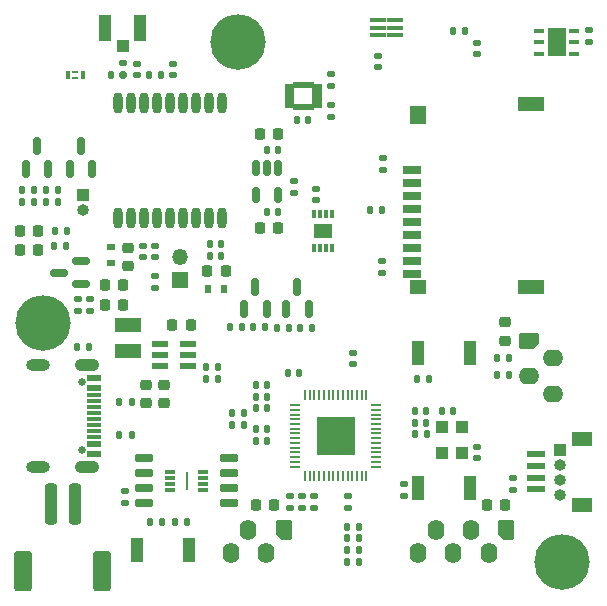
<source format=gbr>
%TF.GenerationSoftware,KiCad,Pcbnew,6.0.11+dfsg-1*%
%TF.CreationDate,2023-11-18T19:10:20+05:30*%
%TF.ProjectId,c3rl-at-r-beta-2,6333726c-2d61-4742-9d72-2d626574612d,rev?*%
%TF.SameCoordinates,Original*%
%TF.FileFunction,Soldermask,Top*%
%TF.FilePolarity,Negative*%
%FSLAX46Y46*%
G04 Gerber Fmt 4.6, Leading zero omitted, Abs format (unit mm)*
G04 Created by KiCad (PCBNEW 6.0.11+dfsg-1) date 2023-11-18 19:10:20*
%MOMM*%
%LPD*%
G01*
G04 APERTURE LIST*
G04 Aperture macros list*
%AMRoundRect*
0 Rectangle with rounded corners*
0 $1 Rounding radius*
0 $2 $3 $4 $5 $6 $7 $8 $9 X,Y pos of 4 corners*
0 Add a 4 corners polygon primitive as box body*
4,1,4,$2,$3,$4,$5,$6,$7,$8,$9,$2,$3,0*
0 Add four circle primitives for the rounded corners*
1,1,$1+$1,$2,$3*
1,1,$1+$1,$4,$5*
1,1,$1+$1,$6,$7*
1,1,$1+$1,$8,$9*
0 Add four rect primitives between the rounded corners*
20,1,$1+$1,$2,$3,$4,$5,0*
20,1,$1+$1,$4,$5,$6,$7,0*
20,1,$1+$1,$6,$7,$8,$9,0*
20,1,$1+$1,$8,$9,$2,$3,0*%
%AMFreePoly0*
4,1,22,0.145671,0.855970,0.226777,0.801777,0.626777,0.401777,0.680970,0.320671,0.700000,0.225000,0.700000,-0.625000,0.680970,-0.720671,0.626777,-0.801777,0.545671,-0.855970,0.450000,-0.875000,-0.450000,-0.875000,-0.545671,-0.855970,-0.626777,-0.801777,-0.680970,-0.720671,-0.700000,-0.625000,-0.700000,0.625000,-0.680970,0.720671,-0.626777,0.801777,-0.545671,0.855970,-0.450000,0.875000,
0.050000,0.875000,0.145671,0.855970,0.145671,0.855970,$1*%
G04 Aperture macros list end*
%ADD10C,0.010000*%
%ADD11RoundRect,0.150000X0.150000X-0.587500X0.150000X0.587500X-0.150000X0.587500X-0.150000X-0.587500X0*%
%ADD12RoundRect,0.135000X0.185000X-0.135000X0.185000X0.135000X-0.185000X0.135000X-0.185000X-0.135000X0*%
%ADD13RoundRect,0.135000X-0.135000X-0.185000X0.135000X-0.185000X0.135000X0.185000X-0.135000X0.185000X0*%
%ADD14RoundRect,0.135000X0.135000X0.185000X-0.135000X0.185000X-0.135000X-0.185000X0.135000X-0.185000X0*%
%ADD15RoundRect,0.147500X0.147500X0.172500X-0.147500X0.172500X-0.147500X-0.172500X0.147500X-0.172500X0*%
%ADD16R,1.000000X2.000000*%
%ADD17RoundRect,0.225000X-0.225000X-0.250000X0.225000X-0.250000X0.225000X0.250000X-0.225000X0.250000X0*%
%ADD18R,1.340000X0.590000*%
%ADD19FreePoly0,270.000000*%
%ADD20O,1.750000X1.400000*%
%ADD21RoundRect,0.140000X-0.140000X-0.170000X0.140000X-0.170000X0.140000X0.170000X-0.140000X0.170000X0*%
%ADD22RoundRect,0.250000X-0.250000X-1.500000X0.250000X-1.500000X0.250000X1.500000X-0.250000X1.500000X0*%
%ADD23RoundRect,0.250001X-0.499999X-1.449999X0.499999X-1.449999X0.499999X1.449999X-0.499999X1.449999X0*%
%ADD24R,1.350000X1.350000*%
%ADD25O,1.350000X1.350000*%
%ADD26RoundRect,0.225000X0.225000X0.250000X-0.225000X0.250000X-0.225000X-0.250000X0.225000X-0.250000X0*%
%ADD27RoundRect,0.140000X0.140000X0.170000X-0.140000X0.170000X-0.140000X-0.170000X0.140000X-0.170000X0*%
%ADD28R,0.350000X0.800000*%
%ADD29R,0.600000X0.260000*%
%ADD30R,0.600000X0.700000*%
%ADD31O,0.800000X1.800000*%
%ADD32RoundRect,0.135000X-0.185000X0.135000X-0.185000X-0.135000X0.185000X-0.135000X0.185000X0.135000X0*%
%ADD33RoundRect,0.025600X-0.594400X-0.134400X0.594400X-0.134400X0.594400X0.134400X-0.594400X0.134400X0*%
%ADD34R,0.900000X0.300000*%
%ADD35R,0.250000X1.650000*%
%ADD36R,1.000000X1.000000*%
%ADD37O,1.000000X1.000000*%
%ADD38RoundRect,0.140000X0.170000X-0.140000X0.170000X0.140000X-0.170000X0.140000X-0.170000X-0.140000X0*%
%ADD39RoundRect,0.140000X-0.170000X0.140000X-0.170000X-0.140000X0.170000X-0.140000X0.170000X0.140000X0*%
%ADD40FreePoly0,180.000000*%
%ADD41O,1.400000X1.750000*%
%ADD42R,0.300000X0.750000*%
%ADD43R,1.500000X1.300000*%
%ADD44RoundRect,0.218750X-0.218750X-0.256250X0.218750X-0.256250X0.218750X0.256250X-0.218750X0.256250X0*%
%ADD45RoundRect,0.225000X-0.250000X0.225000X-0.250000X-0.225000X0.250000X-0.225000X0.250000X0.225000X0*%
%ADD46C,0.001000*%
%ADD47R,1.600000X0.700000*%
%ADD48R,1.400000X1.200000*%
%ADD49R,2.200000X1.200000*%
%ADD50R,1.400000X1.600000*%
%ADD51RoundRect,0.225000X0.250000X-0.225000X0.250000X0.225000X-0.250000X0.225000X-0.250000X-0.225000X0*%
%ADD52RoundRect,0.150000X-0.150000X0.512500X-0.150000X-0.512500X0.150000X-0.512500X0.150000X0.512500X0*%
%ADD53RoundRect,0.050000X0.050000X-0.387500X0.050000X0.387500X-0.050000X0.387500X-0.050000X-0.387500X0*%
%ADD54RoundRect,0.050000X0.387500X-0.050000X0.387500X0.050000X-0.387500X0.050000X-0.387500X-0.050000X0*%
%ADD55R,3.200000X3.200000*%
%ADD56RoundRect,0.150000X0.650000X0.150000X-0.650000X0.150000X-0.650000X-0.150000X0.650000X-0.150000X0*%
%ADD57R,1.100000X2.250000*%
%ADD58R,1.050000X1.100000*%
%ADD59C,4.700000*%
%ADD60R,1.550000X0.600000*%
%ADD61R,1.800000X1.200000*%
%ADD62R,0.812800X0.406400*%
%ADD63R,1.600200X2.489200*%
%ADD64RoundRect,0.150000X0.587500X0.150000X-0.587500X0.150000X-0.587500X-0.150000X0.587500X-0.150000X0*%
%ADD65R,0.980000X1.100000*%
%ADD66C,0.650000*%
%ADD67R,1.150000X0.600000*%
%ADD68R,1.150000X0.300000*%
%ADD69O,2.100000X1.050000*%
%ADD70O,2.000000X1.000000*%
%ADD71R,0.700000X0.600000*%
G04 APERTURE END LIST*
%TO.C,U8*%
G36*
X99515000Y-82475000D02*
G01*
X98805000Y-82475000D01*
X98805000Y-82025000D01*
X99515000Y-82025000D01*
X99515000Y-82475000D01*
G37*
D10*
X99515000Y-82475000D02*
X98805000Y-82475000D01*
X98805000Y-82025000D01*
X99515000Y-82025000D01*
X99515000Y-82475000D01*
G36*
X97855000Y-83640000D02*
G01*
X97145000Y-83640000D01*
X97145000Y-83190000D01*
X97855000Y-83190000D01*
X97855000Y-83640000D01*
G37*
X97855000Y-83640000D02*
X97145000Y-83640000D01*
X97145000Y-83190000D01*
X97855000Y-83190000D01*
X97855000Y-83640000D01*
G36*
X97195000Y-82975000D02*
G01*
X96485000Y-82975000D01*
X96485000Y-82525000D01*
X97195000Y-82525000D01*
X97195000Y-82975000D01*
G37*
X97195000Y-82975000D02*
X96485000Y-82975000D01*
X96485000Y-82525000D01*
X97195000Y-82525000D01*
X97195000Y-82975000D01*
G36*
X97195000Y-82475000D02*
G01*
X96485000Y-82475000D01*
X96485000Y-82025000D01*
X97195000Y-82025000D01*
X97195000Y-82475000D01*
G37*
X97195000Y-82475000D02*
X96485000Y-82475000D01*
X96485000Y-82025000D01*
X97195000Y-82025000D01*
X97195000Y-82475000D01*
G36*
X97195000Y-83475000D02*
G01*
X96485000Y-83475000D01*
X96485000Y-83025000D01*
X97195000Y-83025000D01*
X97195000Y-83475000D01*
G37*
X97195000Y-83475000D02*
X96485000Y-83475000D01*
X96485000Y-83025000D01*
X97195000Y-83025000D01*
X97195000Y-83475000D01*
G36*
X98855000Y-81810000D02*
G01*
X98145000Y-81810000D01*
X98145000Y-81360000D01*
X98855000Y-81360000D01*
X98855000Y-81810000D01*
G37*
X98855000Y-81810000D02*
X98145000Y-81810000D01*
X98145000Y-81360000D01*
X98855000Y-81360000D01*
X98855000Y-81810000D01*
G36*
X99515000Y-83475000D02*
G01*
X98805000Y-83475000D01*
X98805000Y-83025000D01*
X99515000Y-83025000D01*
X99515000Y-83475000D01*
G37*
X99515000Y-83475000D02*
X98805000Y-83475000D01*
X98805000Y-83025000D01*
X99515000Y-83025000D01*
X99515000Y-83475000D01*
G36*
X98855000Y-83640000D02*
G01*
X98145000Y-83640000D01*
X98145000Y-83190000D01*
X98855000Y-83190000D01*
X98855000Y-83640000D01*
G37*
X98855000Y-83640000D02*
X98145000Y-83640000D01*
X98145000Y-83190000D01*
X98855000Y-83190000D01*
X98855000Y-83640000D01*
G36*
X98355000Y-81810000D02*
G01*
X97645000Y-81810000D01*
X97645000Y-81360000D01*
X98355000Y-81360000D01*
X98355000Y-81810000D01*
G37*
X98355000Y-81810000D02*
X97645000Y-81810000D01*
X97645000Y-81360000D01*
X98355000Y-81360000D01*
X98355000Y-81810000D01*
G36*
X97195000Y-81975000D02*
G01*
X96485000Y-81975000D01*
X96485000Y-81525000D01*
X97195000Y-81525000D01*
X97195000Y-81975000D01*
G37*
X97195000Y-81975000D02*
X96485000Y-81975000D01*
X96485000Y-81525000D01*
X97195000Y-81525000D01*
X97195000Y-81975000D01*
G36*
X99515000Y-81975000D02*
G01*
X98805000Y-81975000D01*
X98805000Y-81525000D01*
X99515000Y-81525000D01*
X99515000Y-81975000D01*
G37*
X99515000Y-81975000D02*
X98805000Y-81975000D01*
X98805000Y-81525000D01*
X99515000Y-81525000D01*
X99515000Y-81975000D01*
G36*
X98355000Y-83640000D02*
G01*
X97645000Y-83640000D01*
X97645000Y-83190000D01*
X98355000Y-83190000D01*
X98355000Y-83640000D01*
G37*
X98355000Y-83640000D02*
X97645000Y-83640000D01*
X97645000Y-83190000D01*
X98355000Y-83190000D01*
X98355000Y-83640000D01*
G36*
X99515000Y-82975000D02*
G01*
X98805000Y-82975000D01*
X98805000Y-82525000D01*
X99515000Y-82525000D01*
X99515000Y-82975000D01*
G37*
X99515000Y-82975000D02*
X98805000Y-82975000D01*
X98805000Y-82525000D01*
X99515000Y-82525000D01*
X99515000Y-82975000D01*
G36*
X97855000Y-81810000D02*
G01*
X97145000Y-81810000D01*
X97145000Y-81360000D01*
X97855000Y-81360000D01*
X97855000Y-81810000D01*
G37*
X97855000Y-81810000D02*
X97145000Y-81810000D01*
X97145000Y-81360000D01*
X97855000Y-81360000D01*
X97855000Y-81810000D01*
%TD*%
D11*
%TO.C,Q5*%
X96600000Y-100570000D03*
X98500000Y-100570000D03*
X97550000Y-98695000D03*
%TD*%
D12*
%TO.C,R39*%
X82750000Y-80770000D03*
X82750000Y-79750000D03*
%TD*%
D13*
%TO.C,R21*%
X78890000Y-103812500D03*
X79910000Y-103812500D03*
%TD*%
D11*
%TO.C,Q3*%
X78300000Y-88687500D03*
X80200000Y-88687500D03*
X79250000Y-86812500D03*
%TD*%
D13*
%TO.C,R27*%
X97810000Y-102142500D03*
X98830000Y-102142500D03*
%TD*%
D14*
%TO.C,R34*%
X115510000Y-104700000D03*
X114490000Y-104700000D03*
%TD*%
D13*
%TO.C,R38*%
X89790000Y-106540000D03*
X90810000Y-106540000D03*
%TD*%
D15*
%TO.C,L1*%
X85970000Y-80770000D03*
X85000000Y-80770000D03*
%TD*%
D16*
%TO.C,SW1*%
X107800000Y-115750000D03*
X112200000Y-115750000D03*
%TD*%
D17*
%TO.C,C29*%
X94025000Y-117200000D03*
X95575000Y-117200000D03*
%TD*%
D18*
%TO.C,U6*%
X85925000Y-103520000D03*
X85925000Y-104470000D03*
X85925000Y-105420000D03*
X88305000Y-105420000D03*
X88305000Y-104470000D03*
X88305000Y-103520000D03*
%TD*%
D19*
%TO.C,J3*%
X117175000Y-103250000D03*
D20*
X119175000Y-104750000D03*
X117175000Y-106250000D03*
X119175000Y-107750000D03*
%TD*%
D21*
%TO.C,C3*%
X90120000Y-95100000D03*
X91080000Y-95100000D03*
%TD*%
D22*
%TO.C,J10*%
X76700000Y-117050000D03*
X78700000Y-117050000D03*
D23*
X74350000Y-122800000D03*
X81050000Y-122800000D03*
%TD*%
D24*
%TO.C,J11*%
X87600000Y-98150000D03*
D25*
X87600000Y-96150000D03*
%TD*%
D13*
%TO.C,R11*%
X101760000Y-120000000D03*
X102780000Y-120000000D03*
%TD*%
D26*
%TO.C,C34*%
X82775000Y-98550000D03*
X81225000Y-98550000D03*
%TD*%
D27*
%TO.C,C6*%
X94980000Y-109000000D03*
X94020000Y-109000000D03*
%TD*%
D28*
%TO.C,ANT1*%
X78125000Y-80770000D03*
X79375000Y-80770000D03*
D29*
X78750000Y-80535000D03*
X78750000Y-81005000D03*
%TD*%
D30*
%TO.C,D4*%
X89950000Y-98900000D03*
X91350000Y-98900000D03*
%TD*%
D31*
%TO.C,U1*%
X82350000Y-92850000D03*
X83450000Y-92850000D03*
X84550000Y-92850000D03*
X85650000Y-92850000D03*
X86750000Y-92850000D03*
X87850000Y-92850000D03*
X88950000Y-92850000D03*
X90050000Y-92850000D03*
X91150000Y-92850000D03*
X91150000Y-83150000D03*
X90050000Y-83150000D03*
X88950000Y-83150000D03*
X87850000Y-83150000D03*
X86750000Y-83150000D03*
X85650000Y-83150000D03*
X84550000Y-83150000D03*
X83450000Y-83150000D03*
X82350000Y-83150000D03*
%TD*%
D32*
%TO.C,R33*%
X115800000Y-114890000D03*
X115800000Y-115910000D03*
%TD*%
D11*
%TO.C,Q2*%
X93050000Y-100570000D03*
X94950000Y-100570000D03*
X94000000Y-98695000D03*
%TD*%
D33*
%TO.C,U7*%
X104355000Y-76100000D03*
X104355000Y-76750000D03*
X104355000Y-77400000D03*
X105845000Y-77400000D03*
X105845000Y-76750000D03*
X105845000Y-76100000D03*
%TD*%
D34*
%TO.C,IC1*%
X89600000Y-115887500D03*
X89600000Y-115387500D03*
X89600000Y-114887500D03*
X89600000Y-114387500D03*
X86800000Y-114387500D03*
X86800000Y-114887500D03*
X86800000Y-115387500D03*
X86800000Y-115887500D03*
D35*
X88200000Y-115137500D03*
%TD*%
D36*
%TO.C,J9*%
X119750000Y-112550000D03*
D37*
X119750000Y-113820000D03*
X119750000Y-115090000D03*
X119750000Y-116360000D03*
%TD*%
D21*
%TO.C,C2*%
X90120000Y-96100000D03*
X91080000Y-96100000D03*
%TD*%
D27*
%TO.C,C9*%
X97730000Y-106000000D03*
X96770000Y-106000000D03*
%TD*%
%TO.C,C13*%
X110740000Y-109200000D03*
X109780000Y-109200000D03*
%TD*%
D38*
%TO.C,C22*%
X104400000Y-80100000D03*
X104400000Y-79140000D03*
%TD*%
D39*
%TO.C,C17*%
X96950000Y-116432500D03*
X96950000Y-117392500D03*
%TD*%
%TO.C,C20*%
X83000000Y-116020000D03*
X83000000Y-116980000D03*
%TD*%
D40*
%TO.C,J2*%
X96400000Y-119250000D03*
D41*
X94900000Y-121250000D03*
X93400000Y-119250000D03*
X91900000Y-121250000D03*
%TD*%
D32*
%TO.C,R13*%
X100400000Y-80690000D03*
X100400000Y-81710000D03*
%TD*%
%TO.C,R7*%
X97950000Y-116402500D03*
X97950000Y-117422500D03*
%TD*%
D12*
%TO.C,R2*%
X80000000Y-100760000D03*
X80000000Y-99740000D03*
%TD*%
D40*
%TO.C,J4*%
X115250000Y-119275000D03*
D41*
X113750000Y-121275000D03*
X112250000Y-119275000D03*
X110750000Y-121275000D03*
X109250000Y-119275000D03*
X107750000Y-121275000D03*
%TD*%
D12*
%TO.C,R29*%
X97250000Y-90760000D03*
X97250000Y-89740000D03*
%TD*%
D14*
%TO.C,R37*%
X90810000Y-105500000D03*
X89790000Y-105500000D03*
%TD*%
D26*
%TO.C,C32*%
X88525000Y-101900000D03*
X86975000Y-101900000D03*
%TD*%
D27*
%TO.C,C37*%
X95930000Y-92400000D03*
X94970000Y-92400000D03*
%TD*%
D38*
%TO.C,C35*%
X84500000Y-96170000D03*
X84500000Y-95210000D03*
%TD*%
D17*
%TO.C,C1*%
X89925000Y-97400000D03*
X91475000Y-97400000D03*
%TD*%
D13*
%TO.C,R26*%
X74230000Y-90500000D03*
X75250000Y-90500000D03*
%TD*%
D14*
%TO.C,R24*%
X75250000Y-91500000D03*
X74230000Y-91500000D03*
%TD*%
D21*
%TO.C,C4*%
X107510000Y-109200000D03*
X108470000Y-109200000D03*
%TD*%
D13*
%TO.C,R12*%
X101760000Y-119000000D03*
X102780000Y-119000000D03*
%TD*%
%TO.C,R25*%
X76240000Y-90500000D03*
X77260000Y-90500000D03*
%TD*%
D38*
%TO.C,C36*%
X85500000Y-96170000D03*
X85500000Y-95210000D03*
%TD*%
D42*
%TO.C,U5*%
X99000000Y-95450000D03*
X99500000Y-95450000D03*
X100000000Y-95450000D03*
X100500000Y-95450000D03*
X100500000Y-92550000D03*
X100000000Y-92550000D03*
X99500000Y-92550000D03*
X99000000Y-92550000D03*
D43*
X99750000Y-94000000D03*
%TD*%
D44*
%TO.C,D1*%
X74047500Y-93940000D03*
X75622500Y-93940000D03*
%TD*%
D27*
%TO.C,C40*%
X95930000Y-87100000D03*
X94970000Y-87100000D03*
%TD*%
%TO.C,C14*%
X94980000Y-110750000D03*
X94020000Y-110750000D03*
%TD*%
%TO.C,C8*%
X94980000Y-107000000D03*
X94020000Y-107000000D03*
%TD*%
D39*
%TO.C,C27*%
X83990000Y-79810000D03*
X83990000Y-80770000D03*
%TD*%
D32*
%TO.C,R17*%
X106600000Y-115380000D03*
X106600000Y-116400000D03*
%TD*%
D14*
%TO.C,R23*%
X77250000Y-91500000D03*
X76230000Y-91500000D03*
%TD*%
D27*
%TO.C,C15*%
X104680000Y-92200000D03*
X103720000Y-92200000D03*
%TD*%
D14*
%TO.C,R20*%
X83510000Y-111250000D03*
X82490000Y-111250000D03*
%TD*%
D27*
%TO.C,C5*%
X94980000Y-111762500D03*
X94020000Y-111762500D03*
%TD*%
D45*
%TO.C,C30*%
X115100000Y-101700000D03*
X115100000Y-103250000D03*
%TD*%
D27*
%TO.C,C7*%
X95000000Y-108000000D03*
X94040000Y-108000000D03*
%TD*%
D21*
%TO.C,C24*%
X97520000Y-84600000D03*
X98480000Y-84600000D03*
%TD*%
D13*
%TO.C,R10*%
X101750000Y-121000000D03*
X102770000Y-121000000D03*
%TD*%
%TO.C,R14*%
X93820000Y-102132500D03*
X94840000Y-102132500D03*
%TD*%
D46*
%TO.C,J7*%
X117750000Y-87950000D03*
X117750000Y-95930000D03*
D47*
X107250000Y-88800000D03*
X107250000Y-89900000D03*
X107250000Y-91000000D03*
X107250000Y-92100000D03*
X107250000Y-93200000D03*
X107250000Y-94300000D03*
X107250000Y-95400000D03*
X107250000Y-96500000D03*
X107250000Y-97600000D03*
D48*
X107750000Y-98750000D03*
D49*
X117350000Y-98750000D03*
X117350000Y-83250000D03*
D50*
X107750000Y-84150000D03*
%TD*%
D32*
%TO.C,R1*%
X79000000Y-99740000D03*
X79000000Y-100760000D03*
%TD*%
%TO.C,R44*%
X85500000Y-97790000D03*
X85500000Y-98810000D03*
%TD*%
D14*
%TO.C,R22*%
X82760000Y-80785000D03*
X81740000Y-80785000D03*
%TD*%
D51*
%TO.C,C11*%
X83250000Y-96925000D03*
X83250000Y-95375000D03*
%TD*%
D52*
%TO.C,U4*%
X95950000Y-88612500D03*
X95000000Y-88612500D03*
X94050000Y-88612500D03*
X94050000Y-90887500D03*
X95950000Y-90887500D03*
%TD*%
D53*
%TO.C,U3*%
X98200000Y-114750000D03*
X98600000Y-114750000D03*
X99000000Y-114750000D03*
X99400000Y-114750000D03*
X99800000Y-114750000D03*
X100200000Y-114750000D03*
X100600000Y-114750000D03*
X101000000Y-114750000D03*
X101400000Y-114750000D03*
X101800000Y-114750000D03*
X102200000Y-114750000D03*
X102600000Y-114750000D03*
X103000000Y-114750000D03*
X103400000Y-114750000D03*
D54*
X104237500Y-113912500D03*
X104237500Y-113512500D03*
X104237500Y-113112500D03*
X104237500Y-112712500D03*
X104237500Y-112312500D03*
X104237500Y-111912500D03*
X104237500Y-111512500D03*
X104237500Y-111112500D03*
X104237500Y-110712500D03*
X104237500Y-110312500D03*
X104237500Y-109912500D03*
X104237500Y-109512500D03*
X104237500Y-109112500D03*
X104237500Y-108712500D03*
D53*
X103400000Y-107875000D03*
X103000000Y-107875000D03*
X102600000Y-107875000D03*
X102200000Y-107875000D03*
X101800000Y-107875000D03*
X101400000Y-107875000D03*
X101000000Y-107875000D03*
X100600000Y-107875000D03*
X100200000Y-107875000D03*
X99800000Y-107875000D03*
X99400000Y-107875000D03*
X99000000Y-107875000D03*
X98600000Y-107875000D03*
X98200000Y-107875000D03*
D54*
X97362500Y-108712500D03*
X97362500Y-109112500D03*
X97362500Y-109512500D03*
X97362500Y-109912500D03*
X97362500Y-110312500D03*
X97362500Y-110712500D03*
X97362500Y-111112500D03*
X97362500Y-111512500D03*
X97362500Y-111912500D03*
X97362500Y-112312500D03*
X97362500Y-112712500D03*
X97362500Y-113112500D03*
X97362500Y-113512500D03*
X97362500Y-113912500D03*
D55*
X100800000Y-111312500D03*
%TD*%
D13*
%TO.C,R15*%
X91840000Y-102132500D03*
X92860000Y-102132500D03*
%TD*%
D49*
%TO.C,L2*%
X83250000Y-104100000D03*
X83250000Y-101900000D03*
%TD*%
D13*
%TO.C,R6*%
X92020000Y-109400000D03*
X93040000Y-109400000D03*
%TD*%
D56*
%TO.C,U2*%
X91800000Y-117042500D03*
X91800000Y-115772500D03*
X91800000Y-114502500D03*
X91800000Y-113232500D03*
X84600000Y-113232500D03*
X84600000Y-114502500D03*
X84600000Y-115772500D03*
X84600000Y-117042500D03*
%TD*%
D17*
%TO.C,C38*%
X94375000Y-93700000D03*
X95925000Y-93700000D03*
%TD*%
D32*
%TO.C,R31*%
X104800000Y-87790000D03*
X104800000Y-88810000D03*
%TD*%
D14*
%TO.C,R35*%
X115510000Y-106200000D03*
X114490000Y-106200000D03*
%TD*%
D16*
%TO.C,SW2*%
X107800000Y-104340000D03*
X112200000Y-104340000D03*
%TD*%
D57*
%TO.C,J6*%
X81275000Y-76770000D03*
X84225000Y-76770000D03*
D58*
X82750000Y-78320000D03*
%TD*%
D51*
%TO.C,C31*%
X86300000Y-108550000D03*
X86300000Y-107000000D03*
%TD*%
D59*
%TO.C,REF\u002A\u002A*%
X119978700Y-121978700D03*
%TD*%
D13*
%TO.C,R36*%
X87180000Y-118600000D03*
X88200000Y-118600000D03*
%TD*%
D60*
%TO.C,J8*%
X117750000Y-115850000D03*
X117750000Y-114850000D03*
X117750000Y-113850000D03*
X117750000Y-112850000D03*
D61*
X121625000Y-117150000D03*
X121625000Y-111550000D03*
%TD*%
D13*
%TO.C,R42*%
X85090000Y-118600000D03*
X86110000Y-118600000D03*
%TD*%
%TO.C,R9*%
X101750000Y-122000000D03*
X102770000Y-122000000D03*
%TD*%
D17*
%TO.C,C28*%
X113600000Y-117200000D03*
X115150000Y-117200000D03*
%TD*%
D36*
%TO.C,J5*%
X79400000Y-90950000D03*
D37*
X79400000Y-92220000D03*
%TD*%
D13*
%TO.C,R19*%
X82490000Y-108412500D03*
X83510000Y-108412500D03*
%TD*%
D38*
%TO.C,C10*%
X102250000Y-105230000D03*
X102250000Y-104270000D03*
%TD*%
D13*
%TO.C,R5*%
X92020000Y-110400000D03*
X93040000Y-110400000D03*
%TD*%
D38*
%TO.C,C25*%
X112750000Y-78980000D03*
X112750000Y-78020000D03*
%TD*%
D14*
%TO.C,R41*%
X111760000Y-77000000D03*
X110740000Y-77000000D03*
%TD*%
D39*
%TO.C,C19*%
X101800000Y-116440000D03*
X101800000Y-117400000D03*
%TD*%
D44*
%TO.C,D2*%
X74037500Y-95620000D03*
X75612500Y-95620000D03*
%TD*%
D39*
%TO.C,C16*%
X99100000Y-90400000D03*
X99100000Y-91360000D03*
%TD*%
D16*
%TO.C,SW3*%
X88400000Y-121000000D03*
X84000000Y-121000000D03*
%TD*%
D62*
%TO.C,U9*%
X120947800Y-79000001D03*
X120947800Y-78000000D03*
X120947800Y-76999999D03*
X118052200Y-76999999D03*
X118052200Y-78000000D03*
X118052200Y-79000001D03*
D63*
X119500000Y-78000000D03*
%TD*%
D64*
%TO.C,Q1*%
X79237500Y-98450000D03*
X79237500Y-96550000D03*
X77362500Y-97500000D03*
%TD*%
D14*
%TO.C,R3*%
X78020000Y-93940000D03*
X77000000Y-93940000D03*
%TD*%
D12*
%TO.C,R40*%
X122250000Y-78010000D03*
X122250000Y-76990000D03*
%TD*%
D14*
%TO.C,R4*%
X78000000Y-95250000D03*
X76980000Y-95250000D03*
%TD*%
D65*
%TO.C,Y1*%
X109760000Y-110600000D03*
X109760000Y-112800000D03*
X111460000Y-112800000D03*
X111460000Y-110600000D03*
%TD*%
D13*
%TO.C,R18*%
X107690000Y-106540000D03*
X108710000Y-106540000D03*
%TD*%
D39*
%TO.C,C26*%
X87000000Y-79810000D03*
X87000000Y-80770000D03*
%TD*%
D12*
%TO.C,R32*%
X104700000Y-97510000D03*
X104700000Y-96490000D03*
%TD*%
D32*
%TO.C,R8*%
X98950000Y-116402500D03*
X98950000Y-117422500D03*
%TD*%
D51*
%TO.C,C21*%
X84750000Y-108525000D03*
X84750000Y-106975000D03*
%TD*%
D66*
%TO.C,J1*%
X79280000Y-112520000D03*
X79280000Y-106740000D03*
D67*
X80355000Y-106430000D03*
X80355000Y-107230000D03*
D68*
X80355000Y-108380000D03*
X80355000Y-109380000D03*
X80355000Y-109880000D03*
X80355000Y-110880000D03*
D67*
X80355000Y-112830000D03*
X80355000Y-112030000D03*
D68*
X80355000Y-111380000D03*
X80355000Y-110380000D03*
X80355000Y-108880000D03*
X80355000Y-107880000D03*
D69*
X79780000Y-105310000D03*
D70*
X75600000Y-105310000D03*
X75600000Y-113950000D03*
D69*
X79780000Y-113950000D03*
%TD*%
D17*
%TO.C,C39*%
X94375000Y-85800000D03*
X95925000Y-85800000D03*
%TD*%
D13*
%TO.C,R28*%
X95810000Y-102142500D03*
X96830000Y-102142500D03*
%TD*%
D11*
%TO.C,Q4*%
X74550000Y-88687500D03*
X76450000Y-88687500D03*
X75500000Y-86812500D03*
%TD*%
D71*
%TO.C,D3*%
X81750000Y-96700000D03*
X81750000Y-95300000D03*
%TD*%
D59*
%TO.C,REF\u002A\u002A*%
X76000000Y-101750000D03*
%TD*%
D14*
%TO.C,R16*%
X108500000Y-111200000D03*
X107480000Y-111200000D03*
%TD*%
D59*
%TO.C,REF\u002A\u002A*%
X92500000Y-78000000D03*
%TD*%
D21*
%TO.C,C12*%
X107510000Y-110200000D03*
X108470000Y-110200000D03*
%TD*%
D39*
%TO.C,C18*%
X112750000Y-112270000D03*
X112750000Y-113230000D03*
%TD*%
D38*
%TO.C,C23*%
X100400000Y-84280000D03*
X100400000Y-83320000D03*
%TD*%
D26*
%TO.C,C33*%
X82775000Y-100250000D03*
X81225000Y-100250000D03*
%TD*%
M02*

</source>
